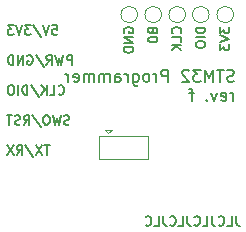
<source format=gbr>
G04 #@! TF.GenerationSoftware,KiCad,Pcbnew,6.0.7+dfsg-3*
G04 #@! TF.CreationDate,2022-10-18T14:34:48+08:00*
G04 #@! TF.ProjectId,stlink,73746c69-6e6b-42e6-9b69-6361645f7063,f*
G04 #@! TF.SameCoordinates,PX5c07920PY68e7780*
G04 #@! TF.FileFunction,Legend,Bot*
G04 #@! TF.FilePolarity,Positive*
%FSLAX46Y46*%
G04 Gerber Fmt 4.6, Leading zero omitted, Abs format (unit mm)*
G04 Created by KiCad (PCBNEW 6.0.7+dfsg-3) date 2022-10-18 14:34:48*
%MOMM*%
%LPD*%
G01*
G04 APERTURE LIST*
%ADD10C,0.150000*%
%ADD11C,0.120000*%
G04 APERTURE END LIST*
D10*
X21592500Y22262096D02*
X21592500Y23062096D01*
X21287738Y23062096D01*
X21211547Y23024000D01*
X21173452Y22985905D01*
X21135357Y22909715D01*
X21135357Y22795429D01*
X21173452Y22719239D01*
X21211547Y22681143D01*
X21287738Y22643048D01*
X21592500Y22643048D01*
X20868690Y23062096D02*
X20678214Y22262096D01*
X20525833Y22833524D01*
X20373452Y22262096D01*
X20182976Y23062096D01*
X19421071Y22262096D02*
X19687738Y22643048D01*
X19878214Y22262096D02*
X19878214Y23062096D01*
X19573452Y23062096D01*
X19497261Y23024000D01*
X19459166Y22985905D01*
X19421071Y22909715D01*
X19421071Y22795429D01*
X19459166Y22719239D01*
X19497261Y22681143D01*
X19573452Y22643048D01*
X19878214Y22643048D01*
X18506785Y23100191D02*
X19192500Y22071620D01*
X17821071Y23024000D02*
X17897261Y23062096D01*
X18011547Y23062096D01*
X18125833Y23024000D01*
X18202023Y22947810D01*
X18240119Y22871620D01*
X18278214Y22719239D01*
X18278214Y22604953D01*
X18240119Y22452572D01*
X18202023Y22376381D01*
X18125833Y22300191D01*
X18011547Y22262096D01*
X17935357Y22262096D01*
X17821071Y22300191D01*
X17782976Y22338286D01*
X17782976Y22604953D01*
X17935357Y22604953D01*
X17440119Y22262096D02*
X17440119Y23062096D01*
X16982976Y22262096D01*
X16982976Y23062096D01*
X16602023Y22262096D02*
X16602023Y23062096D01*
X16411547Y23062096D01*
X16297261Y23024000D01*
X16221071Y22947810D01*
X16182976Y22871620D01*
X16144880Y22719239D01*
X16144880Y22604953D01*
X16182976Y22452572D01*
X16221071Y22376381D01*
X16297261Y22300191D01*
X16411547Y22262096D01*
X16602023Y22262096D01*
X20449642Y19798286D02*
X20487738Y19760191D01*
X20602023Y19722096D01*
X20678214Y19722096D01*
X20792500Y19760191D01*
X20868690Y19836381D01*
X20906785Y19912572D01*
X20944880Y20064953D01*
X20944880Y20179239D01*
X20906785Y20331620D01*
X20868690Y20407810D01*
X20792500Y20484000D01*
X20678214Y20522096D01*
X20602023Y20522096D01*
X20487738Y20484000D01*
X20449642Y20445905D01*
X19725833Y19722096D02*
X20106785Y19722096D01*
X20106785Y20522096D01*
X19459166Y19722096D02*
X19459166Y20522096D01*
X19002023Y19722096D02*
X19344880Y20179239D01*
X19002023Y20522096D02*
X19459166Y20064953D01*
X18087738Y20560191D02*
X18773452Y19531620D01*
X17821071Y19722096D02*
X17821071Y20522096D01*
X17630595Y20522096D01*
X17516309Y20484000D01*
X17440119Y20407810D01*
X17402023Y20331620D01*
X17363928Y20179239D01*
X17363928Y20064953D01*
X17402023Y19912572D01*
X17440119Y19836381D01*
X17516309Y19760191D01*
X17630595Y19722096D01*
X17821071Y19722096D01*
X17021071Y19722096D02*
X17021071Y20522096D01*
X16487738Y20522096D02*
X16335357Y20522096D01*
X16259166Y20484000D01*
X16182976Y20407810D01*
X16144880Y20255429D01*
X16144880Y19988762D01*
X16182976Y19836381D01*
X16259166Y19760191D01*
X16335357Y19722096D01*
X16487738Y19722096D01*
X16563928Y19760191D01*
X16640119Y19836381D01*
X16678214Y19988762D01*
X16678214Y20255429D01*
X16640119Y20407810D01*
X16563928Y20484000D01*
X16487738Y20522096D01*
X21363928Y17220191D02*
X21249642Y17182096D01*
X21059166Y17182096D01*
X20982976Y17220191D01*
X20944880Y17258286D01*
X20906785Y17334477D01*
X20906785Y17410667D01*
X20944880Y17486858D01*
X20982976Y17524953D01*
X21059166Y17563048D01*
X21211547Y17601143D01*
X21287738Y17639239D01*
X21325833Y17677334D01*
X21363928Y17753524D01*
X21363928Y17829715D01*
X21325833Y17905905D01*
X21287738Y17944000D01*
X21211547Y17982096D01*
X21021071Y17982096D01*
X20906785Y17944000D01*
X20640119Y17982096D02*
X20449642Y17182096D01*
X20297261Y17753524D01*
X20144880Y17182096D01*
X19954404Y17982096D01*
X19497261Y17982096D02*
X19344880Y17982096D01*
X19268690Y17944000D01*
X19192500Y17867810D01*
X19154404Y17715429D01*
X19154404Y17448762D01*
X19192500Y17296381D01*
X19268690Y17220191D01*
X19344880Y17182096D01*
X19497261Y17182096D01*
X19573452Y17220191D01*
X19649642Y17296381D01*
X19687738Y17448762D01*
X19687738Y17715429D01*
X19649642Y17867810D01*
X19573452Y17944000D01*
X19497261Y17982096D01*
X18240119Y18020191D02*
X18925833Y16991620D01*
X17516309Y17182096D02*
X17782976Y17563048D01*
X17973452Y17182096D02*
X17973452Y17982096D01*
X17668690Y17982096D01*
X17592500Y17944000D01*
X17554404Y17905905D01*
X17516309Y17829715D01*
X17516309Y17715429D01*
X17554404Y17639239D01*
X17592500Y17601143D01*
X17668690Y17563048D01*
X17973452Y17563048D01*
X17211547Y17220191D02*
X17097261Y17182096D01*
X16906785Y17182096D01*
X16830595Y17220191D01*
X16792500Y17258286D01*
X16754404Y17334477D01*
X16754404Y17410667D01*
X16792500Y17486858D01*
X16830595Y17524953D01*
X16906785Y17563048D01*
X17059166Y17601143D01*
X17135357Y17639239D01*
X17173452Y17677334D01*
X17211547Y17753524D01*
X17211547Y17829715D01*
X17173452Y17905905D01*
X17135357Y17944000D01*
X17059166Y17982096D01*
X16868690Y17982096D01*
X16754404Y17944000D01*
X16525833Y17982096D02*
X16068690Y17982096D01*
X16297261Y17182096D02*
X16297261Y17982096D01*
X19687738Y15442096D02*
X19230595Y15442096D01*
X19459166Y14642096D02*
X19459166Y15442096D01*
X19040119Y15442096D02*
X18506785Y14642096D01*
X18506785Y15442096D02*
X19040119Y14642096D01*
X17630595Y15480191D02*
X18316309Y14451620D01*
X16906785Y14642096D02*
X17173452Y15023048D01*
X17363928Y14642096D02*
X17363928Y15442096D01*
X17059166Y15442096D01*
X16982976Y15404000D01*
X16944880Y15365905D01*
X16906785Y15289715D01*
X16906785Y15175429D01*
X16944880Y15099239D01*
X16982976Y15061143D01*
X17059166Y15023048D01*
X17363928Y15023048D01*
X16640119Y15442096D02*
X16106785Y14642096D01*
X16106785Y15442096D02*
X16640119Y14642096D01*
X30785714Y24926881D02*
X30823809Y24964977D01*
X30861904Y25079262D01*
X30861904Y25155453D01*
X30823809Y25269739D01*
X30747619Y25345929D01*
X30671428Y25384024D01*
X30519047Y25422120D01*
X30404761Y25422120D01*
X30252380Y25384024D01*
X30176190Y25345929D01*
X30100000Y25269739D01*
X30061904Y25155453D01*
X30061904Y25079262D01*
X30100000Y24964977D01*
X30138095Y24926881D01*
X30861904Y24203072D02*
X30861904Y24584024D01*
X30061904Y24584024D01*
X30861904Y23936405D02*
X30061904Y23936405D01*
X30861904Y23479262D02*
X30404761Y23822120D01*
X30061904Y23479262D02*
X30519047Y23936405D01*
X28410857Y25117358D02*
X28448952Y25003072D01*
X28487047Y24964977D01*
X28563238Y24926881D01*
X28677523Y24926881D01*
X28753714Y24964977D01*
X28791809Y25003072D01*
X28829904Y25079262D01*
X28829904Y25384024D01*
X28029904Y25384024D01*
X28029904Y25117358D01*
X28068000Y25041167D01*
X28106095Y25003072D01*
X28182285Y24964977D01*
X28258476Y24964977D01*
X28334666Y25003072D01*
X28372761Y25041167D01*
X28410857Y25117358D01*
X28410857Y25384024D01*
X28029904Y24431643D02*
X28029904Y24355453D01*
X28068000Y24279262D01*
X28106095Y24241167D01*
X28182285Y24203072D01*
X28334666Y24164977D01*
X28525142Y24164977D01*
X28677523Y24203072D01*
X28753714Y24241167D01*
X28791809Y24279262D01*
X28829904Y24355453D01*
X28829904Y24431643D01*
X28791809Y24507834D01*
X28753714Y24545929D01*
X28677523Y24584024D01*
X28525142Y24622120D01*
X28334666Y24622120D01*
X28182285Y24584024D01*
X28106095Y24545929D01*
X28068000Y24507834D01*
X28029904Y24431643D01*
X26036000Y24964977D02*
X25997904Y25041167D01*
X25997904Y25155453D01*
X26036000Y25269739D01*
X26112190Y25345929D01*
X26188380Y25384024D01*
X26340761Y25422120D01*
X26455047Y25422120D01*
X26607428Y25384024D01*
X26683619Y25345929D01*
X26759809Y25269739D01*
X26797904Y25155453D01*
X26797904Y25079262D01*
X26759809Y24964977D01*
X26721714Y24926881D01*
X26455047Y24926881D01*
X26455047Y25079262D01*
X26797904Y24584024D02*
X25997904Y24584024D01*
X26797904Y24126881D01*
X25997904Y24126881D01*
X26797904Y23745929D02*
X25997904Y23745929D01*
X25997904Y23555453D01*
X26036000Y23441167D01*
X26112190Y23364977D01*
X26188380Y23326881D01*
X26340761Y23288786D01*
X26455047Y23288786D01*
X26607428Y23326881D01*
X26683619Y23364977D01*
X26759809Y23441167D01*
X26797904Y23555453D01*
X26797904Y23745929D01*
X35292023Y20865239D02*
X35149166Y20817620D01*
X34911071Y20817620D01*
X34815833Y20865239D01*
X34768214Y20912858D01*
X34720595Y21008096D01*
X34720595Y21103334D01*
X34768214Y21198572D01*
X34815833Y21246191D01*
X34911071Y21293810D01*
X35101547Y21341429D01*
X35196785Y21389048D01*
X35244404Y21436667D01*
X35292023Y21531905D01*
X35292023Y21627143D01*
X35244404Y21722381D01*
X35196785Y21770000D01*
X35101547Y21817620D01*
X34863452Y21817620D01*
X34720595Y21770000D01*
X34434880Y21817620D02*
X33863452Y21817620D01*
X34149166Y20817620D02*
X34149166Y21817620D01*
X33530119Y20817620D02*
X33530119Y21817620D01*
X33196785Y21103334D01*
X32863452Y21817620D01*
X32863452Y20817620D01*
X32482500Y21817620D02*
X31863452Y21817620D01*
X32196785Y21436667D01*
X32053928Y21436667D01*
X31958690Y21389048D01*
X31911071Y21341429D01*
X31863452Y21246191D01*
X31863452Y21008096D01*
X31911071Y20912858D01*
X31958690Y20865239D01*
X32053928Y20817620D01*
X32339642Y20817620D01*
X32434880Y20865239D01*
X32482500Y20912858D01*
X31482500Y21722381D02*
X31434880Y21770000D01*
X31339642Y21817620D01*
X31101547Y21817620D01*
X31006309Y21770000D01*
X30958690Y21722381D01*
X30911071Y21627143D01*
X30911071Y21531905D01*
X30958690Y21389048D01*
X31530119Y20817620D01*
X30911071Y20817620D01*
X29720595Y20817620D02*
X29720595Y21817620D01*
X29339642Y21817620D01*
X29244404Y21770000D01*
X29196785Y21722381D01*
X29149166Y21627143D01*
X29149166Y21484286D01*
X29196785Y21389048D01*
X29244404Y21341429D01*
X29339642Y21293810D01*
X29720595Y21293810D01*
X28720595Y20817620D02*
X28720595Y21484286D01*
X28720595Y21293810D02*
X28672976Y21389048D01*
X28625357Y21436667D01*
X28530119Y21484286D01*
X28434880Y21484286D01*
X27958690Y20817620D02*
X28053928Y20865239D01*
X28101547Y20912858D01*
X28149166Y21008096D01*
X28149166Y21293810D01*
X28101547Y21389048D01*
X28053928Y21436667D01*
X27958690Y21484286D01*
X27815833Y21484286D01*
X27720595Y21436667D01*
X27672976Y21389048D01*
X27625357Y21293810D01*
X27625357Y21008096D01*
X27672976Y20912858D01*
X27720595Y20865239D01*
X27815833Y20817620D01*
X27958690Y20817620D01*
X26768214Y21484286D02*
X26768214Y20674762D01*
X26815833Y20579524D01*
X26863452Y20531905D01*
X26958690Y20484286D01*
X27101547Y20484286D01*
X27196785Y20531905D01*
X26768214Y20865239D02*
X26863452Y20817620D01*
X27053928Y20817620D01*
X27149166Y20865239D01*
X27196785Y20912858D01*
X27244404Y21008096D01*
X27244404Y21293810D01*
X27196785Y21389048D01*
X27149166Y21436667D01*
X27053928Y21484286D01*
X26863452Y21484286D01*
X26768214Y21436667D01*
X26292023Y20817620D02*
X26292023Y21484286D01*
X26292023Y21293810D02*
X26244404Y21389048D01*
X26196785Y21436667D01*
X26101547Y21484286D01*
X26006309Y21484286D01*
X25244404Y20817620D02*
X25244404Y21341429D01*
X25292023Y21436667D01*
X25387261Y21484286D01*
X25577738Y21484286D01*
X25672976Y21436667D01*
X25244404Y20865239D02*
X25339642Y20817620D01*
X25577738Y20817620D01*
X25672976Y20865239D01*
X25720595Y20960477D01*
X25720595Y21055715D01*
X25672976Y21150953D01*
X25577738Y21198572D01*
X25339642Y21198572D01*
X25244404Y21246191D01*
X24768214Y20817620D02*
X24768214Y21484286D01*
X24768214Y21389048D02*
X24720595Y21436667D01*
X24625357Y21484286D01*
X24482500Y21484286D01*
X24387261Y21436667D01*
X24339642Y21341429D01*
X24339642Y20817620D01*
X24339642Y21341429D02*
X24292023Y21436667D01*
X24196785Y21484286D01*
X24053928Y21484286D01*
X23958690Y21436667D01*
X23911071Y21341429D01*
X23911071Y20817620D01*
X23434880Y20817620D02*
X23434880Y21484286D01*
X23434880Y21389048D02*
X23387261Y21436667D01*
X23292023Y21484286D01*
X23149166Y21484286D01*
X23053928Y21436667D01*
X23006309Y21341429D01*
X23006309Y20817620D01*
X23006309Y21341429D02*
X22958690Y21436667D01*
X22863452Y21484286D01*
X22720595Y21484286D01*
X22625357Y21436667D01*
X22577738Y21341429D01*
X22577738Y20817620D01*
X21720595Y20865239D02*
X21815833Y20817620D01*
X22006309Y20817620D01*
X22101547Y20865239D01*
X22149166Y20960477D01*
X22149166Y21341429D01*
X22101547Y21436667D01*
X22006309Y21484286D01*
X21815833Y21484286D01*
X21720595Y21436667D01*
X21672976Y21341429D01*
X21672976Y21246191D01*
X22149166Y21150953D01*
X21244404Y20817620D02*
X21244404Y21484286D01*
X21244404Y21293810D02*
X21196785Y21389048D01*
X21149166Y21436667D01*
X21053928Y21484286D01*
X20958690Y21484286D01*
X35244404Y19207620D02*
X35244404Y19874286D01*
X35244404Y19683810D02*
X35196785Y19779048D01*
X35149166Y19826667D01*
X35053928Y19874286D01*
X34958690Y19874286D01*
X34244404Y19255239D02*
X34339642Y19207620D01*
X34530119Y19207620D01*
X34625357Y19255239D01*
X34672976Y19350477D01*
X34672976Y19731429D01*
X34625357Y19826667D01*
X34530119Y19874286D01*
X34339642Y19874286D01*
X34244404Y19826667D01*
X34196785Y19731429D01*
X34196785Y19636191D01*
X34672976Y19540953D01*
X33863452Y19874286D02*
X33625357Y19207620D01*
X33387261Y19874286D01*
X33006309Y19302858D02*
X32958690Y19255239D01*
X33006309Y19207620D01*
X33053928Y19255239D01*
X33006309Y19302858D01*
X33006309Y19207620D01*
X31911071Y19874286D02*
X31530119Y19874286D01*
X31768214Y19207620D02*
X31768214Y20064762D01*
X31720595Y20160000D01*
X31625357Y20207620D01*
X31530119Y20207620D01*
X32861904Y25384024D02*
X32061904Y25384024D01*
X32061904Y25193548D01*
X32100000Y25079262D01*
X32176190Y25003072D01*
X32252380Y24964977D01*
X32404761Y24926881D01*
X32519047Y24926881D01*
X32671428Y24964977D01*
X32747619Y25003072D01*
X32823809Y25079262D01*
X32861904Y25193548D01*
X32861904Y25384024D01*
X32861904Y24584024D02*
X32061904Y24584024D01*
X32061904Y24050691D02*
X32061904Y23898310D01*
X32100000Y23822120D01*
X32176190Y23745929D01*
X32328571Y23707834D01*
X32595238Y23707834D01*
X32747619Y23745929D01*
X32823809Y23822120D01*
X32861904Y23898310D01*
X32861904Y24050691D01*
X32823809Y24126881D01*
X32747619Y24203072D01*
X32595238Y24241167D01*
X32328571Y24241167D01*
X32176190Y24203072D01*
X32100000Y24126881D01*
X32061904Y24050691D01*
X35483452Y9438096D02*
X35483452Y8866667D01*
X35521547Y8752381D01*
X35597738Y8676191D01*
X35712023Y8638096D01*
X35788214Y8638096D01*
X34721547Y8638096D02*
X35102500Y8638096D01*
X35102500Y9438096D01*
X33997738Y8714286D02*
X34035833Y8676191D01*
X34150119Y8638096D01*
X34226309Y8638096D01*
X34340595Y8676191D01*
X34416785Y8752381D01*
X34454880Y8828572D01*
X34492976Y8980953D01*
X34492976Y9095239D01*
X34454880Y9247620D01*
X34416785Y9323810D01*
X34340595Y9400000D01*
X34226309Y9438096D01*
X34150119Y9438096D01*
X34035833Y9400000D01*
X33997738Y9361905D01*
X33426309Y9438096D02*
X33426309Y8866667D01*
X33464404Y8752381D01*
X33540595Y8676191D01*
X33654880Y8638096D01*
X33731071Y8638096D01*
X32664404Y8638096D02*
X33045357Y8638096D01*
X33045357Y9438096D01*
X31940595Y8714286D02*
X31978690Y8676191D01*
X32092976Y8638096D01*
X32169166Y8638096D01*
X32283452Y8676191D01*
X32359642Y8752381D01*
X32397738Y8828572D01*
X32435833Y8980953D01*
X32435833Y9095239D01*
X32397738Y9247620D01*
X32359642Y9323810D01*
X32283452Y9400000D01*
X32169166Y9438096D01*
X32092976Y9438096D01*
X31978690Y9400000D01*
X31940595Y9361905D01*
X31369166Y9438096D02*
X31369166Y8866667D01*
X31407261Y8752381D01*
X31483452Y8676191D01*
X31597738Y8638096D01*
X31673928Y8638096D01*
X30607261Y8638096D02*
X30988214Y8638096D01*
X30988214Y9438096D01*
X29883452Y8714286D02*
X29921547Y8676191D01*
X30035833Y8638096D01*
X30112023Y8638096D01*
X30226309Y8676191D01*
X30302500Y8752381D01*
X30340595Y8828572D01*
X30378690Y8980953D01*
X30378690Y9095239D01*
X30340595Y9247620D01*
X30302500Y9323810D01*
X30226309Y9400000D01*
X30112023Y9438096D01*
X30035833Y9438096D01*
X29921547Y9400000D01*
X29883452Y9361905D01*
X29312023Y9438096D02*
X29312023Y8866667D01*
X29350119Y8752381D01*
X29426309Y8676191D01*
X29540595Y8638096D01*
X29616785Y8638096D01*
X28550119Y8638096D02*
X28931071Y8638096D01*
X28931071Y9438096D01*
X27826309Y8714286D02*
X27864404Y8676191D01*
X27978690Y8638096D01*
X28054880Y8638096D01*
X28169166Y8676191D01*
X28245357Y8752381D01*
X28283452Y8828572D01*
X28321547Y8980953D01*
X28321547Y9095239D01*
X28283452Y9247620D01*
X28245357Y9323810D01*
X28169166Y9400000D01*
X28054880Y9438096D01*
X27978690Y9438096D01*
X27864404Y9400000D01*
X27826309Y9361905D01*
X19916309Y25602096D02*
X20297261Y25602096D01*
X20335357Y25221143D01*
X20297261Y25259239D01*
X20221071Y25297334D01*
X20030595Y25297334D01*
X19954404Y25259239D01*
X19916309Y25221143D01*
X19878214Y25144953D01*
X19878214Y24954477D01*
X19916309Y24878286D01*
X19954404Y24840191D01*
X20030595Y24802096D01*
X20221071Y24802096D01*
X20297261Y24840191D01*
X20335357Y24878286D01*
X19649642Y25602096D02*
X19382976Y24802096D01*
X19116309Y25602096D01*
X18278214Y25640191D02*
X18963928Y24611620D01*
X18087738Y25602096D02*
X17592500Y25602096D01*
X17859166Y25297334D01*
X17744880Y25297334D01*
X17668690Y25259239D01*
X17630595Y25221143D01*
X17592500Y25144953D01*
X17592500Y24954477D01*
X17630595Y24878286D01*
X17668690Y24840191D01*
X17744880Y24802096D01*
X17973452Y24802096D01*
X18049642Y24840191D01*
X18087738Y24878286D01*
X17363928Y25602096D02*
X17097261Y24802096D01*
X16830595Y25602096D01*
X16640119Y25602096D02*
X16144880Y25602096D01*
X16411547Y25297334D01*
X16297261Y25297334D01*
X16221071Y25259239D01*
X16182976Y25221143D01*
X16144880Y25144953D01*
X16144880Y24954477D01*
X16182976Y24878286D01*
X16221071Y24840191D01*
X16297261Y24802096D01*
X16525833Y24802096D01*
X16602023Y24840191D01*
X16640119Y24878286D01*
X34125904Y25460215D02*
X34125904Y24964977D01*
X34430666Y25231643D01*
X34430666Y25117358D01*
X34468761Y25041167D01*
X34506857Y25003072D01*
X34583047Y24964977D01*
X34773523Y24964977D01*
X34849714Y25003072D01*
X34887809Y25041167D01*
X34925904Y25117358D01*
X34925904Y25345929D01*
X34887809Y25422120D01*
X34849714Y25460215D01*
X34125904Y24736405D02*
X34925904Y24469739D01*
X34125904Y24203072D01*
X34125904Y24012596D02*
X34125904Y23517358D01*
X34430666Y23784024D01*
X34430666Y23669739D01*
X34468761Y23593548D01*
X34506857Y23555453D01*
X34583047Y23517358D01*
X34773523Y23517358D01*
X34849714Y23555453D01*
X34887809Y23593548D01*
X34925904Y23669739D01*
X34925904Y23898310D01*
X34887809Y23974500D01*
X34849714Y24012596D01*
D11*
G04 #@! TO.C,TP3*
X31200000Y26500000D02*
G75*
G03*
X31200000Y26500000I-700000J0D01*
G01*
G04 #@! TO.C,TP1*
X35264000Y26500000D02*
G75*
G03*
X35264000Y26500000I-700000J0D01*
G01*
G04 #@! TO.C,TP4*
X29168000Y26500000D02*
G75*
G03*
X29168000Y26500000I-700000J0D01*
G01*
G04 #@! TO.C,TP5*
X27136000Y26500000D02*
G75*
G03*
X27136000Y26500000I-700000J0D01*
G01*
G04 #@! TO.C,TP2*
X33200000Y26500000D02*
G75*
G03*
X33200000Y26500000I-700000J0D01*
G01*
G04 #@! TO.C,JP1*
X23900000Y14250000D02*
X28000000Y14250000D01*
X24650000Y16450000D02*
X24350000Y16750000D01*
X24350000Y16750000D02*
X24950000Y16750000D01*
X28000000Y14250000D02*
X28000000Y16250000D01*
X24650000Y16450000D02*
X24950000Y16750000D01*
X28000000Y16250000D02*
X23900000Y16250000D01*
X23900000Y16250000D02*
X23900000Y14250000D01*
G04 #@! TD*
M02*

</source>
